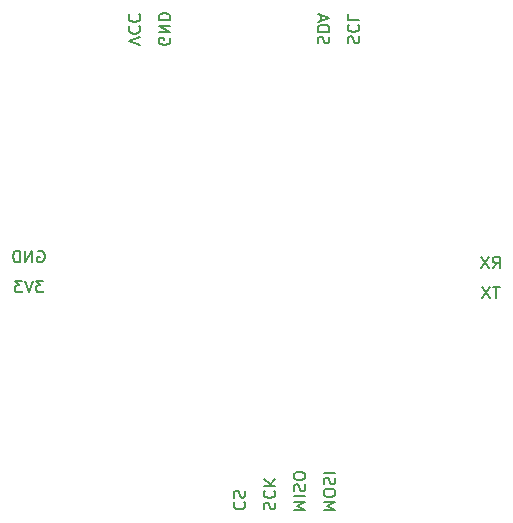
<source format=gbr>
%TF.GenerationSoftware,KiCad,Pcbnew,(6.0.1)*%
%TF.CreationDate,2022-05-08T06:10:33+05:45*%
%TF.ProjectId,STM32F4_Breakout,53544d33-3246-4345-9f42-7265616b6f75,rev?*%
%TF.SameCoordinates,Original*%
%TF.FileFunction,Legend,Bot*%
%TF.FilePolarity,Positive*%
%FSLAX46Y46*%
G04 Gerber Fmt 4.6, Leading zero omitted, Abs format (unit mm)*
G04 Created by KiCad (PCBNEW (6.0.1)) date 2022-05-08 06:10:33*
%MOMM*%
%LPD*%
G01*
G04 APERTURE LIST*
%ADD10C,0.150000*%
G04 APERTURE END LIST*
D10*
X50025619Y-26375333D02*
X49025619Y-26042000D01*
X50025619Y-25708666D01*
X49120857Y-24803904D02*
X49073238Y-24851523D01*
X49025619Y-24994380D01*
X49025619Y-25089619D01*
X49073238Y-25232476D01*
X49168476Y-25327714D01*
X49263714Y-25375333D01*
X49454190Y-25422952D01*
X49597047Y-25422952D01*
X49787523Y-25375333D01*
X49882761Y-25327714D01*
X49978000Y-25232476D01*
X50025619Y-25089619D01*
X50025619Y-24994380D01*
X49978000Y-24851523D01*
X49930380Y-24803904D01*
X49120857Y-23803904D02*
X49073238Y-23851523D01*
X49025619Y-23994380D01*
X49025619Y-24089619D01*
X49073238Y-24232476D01*
X49168476Y-24327714D01*
X49263714Y-24375333D01*
X49454190Y-24422952D01*
X49597047Y-24422952D01*
X49787523Y-24375333D01*
X49882761Y-24327714D01*
X49978000Y-24232476D01*
X50025619Y-24089619D01*
X50025619Y-23994380D01*
X49978000Y-23851523D01*
X49930380Y-23803904D01*
X79870666Y-45306380D02*
X80204000Y-44830190D01*
X80442095Y-45306380D02*
X80442095Y-44306380D01*
X80061142Y-44306380D01*
X79965904Y-44354000D01*
X79918285Y-44401619D01*
X79870666Y-44496857D01*
X79870666Y-44639714D01*
X79918285Y-44734952D01*
X79965904Y-44782571D01*
X80061142Y-44830190D01*
X80442095Y-44830190D01*
X79537333Y-44306380D02*
X78870666Y-45306380D01*
X78870666Y-44306380D02*
X79537333Y-45306380D01*
X41826095Y-46338380D02*
X41207047Y-46338380D01*
X41540380Y-46719333D01*
X41397523Y-46719333D01*
X41302285Y-46766952D01*
X41254666Y-46814571D01*
X41207047Y-46909809D01*
X41207047Y-47147904D01*
X41254666Y-47243142D01*
X41302285Y-47290761D01*
X41397523Y-47338380D01*
X41683238Y-47338380D01*
X41778476Y-47290761D01*
X41826095Y-47243142D01*
X40921333Y-46338380D02*
X40588000Y-47338380D01*
X40254666Y-46338380D01*
X40016571Y-46338380D02*
X39397523Y-46338380D01*
X39730857Y-46719333D01*
X39588000Y-46719333D01*
X39492761Y-46766952D01*
X39445142Y-46814571D01*
X39397523Y-46909809D01*
X39397523Y-47147904D01*
X39445142Y-47243142D01*
X39492761Y-47290761D01*
X39588000Y-47338380D01*
X39873714Y-47338380D01*
X39968952Y-47290761D01*
X40016571Y-47243142D01*
X65075238Y-26256285D02*
X65027619Y-26113428D01*
X65027619Y-25875333D01*
X65075238Y-25780095D01*
X65122857Y-25732476D01*
X65218095Y-25684857D01*
X65313333Y-25684857D01*
X65408571Y-25732476D01*
X65456190Y-25780095D01*
X65503809Y-25875333D01*
X65551428Y-26065809D01*
X65599047Y-26161047D01*
X65646666Y-26208666D01*
X65741904Y-26256285D01*
X65837142Y-26256285D01*
X65932380Y-26208666D01*
X65980000Y-26161047D01*
X66027619Y-26065809D01*
X66027619Y-25827714D01*
X65980000Y-25684857D01*
X65027619Y-25256285D02*
X66027619Y-25256285D01*
X66027619Y-25018190D01*
X65980000Y-24875333D01*
X65884761Y-24780095D01*
X65789523Y-24732476D01*
X65599047Y-24684857D01*
X65456190Y-24684857D01*
X65265714Y-24732476D01*
X65170476Y-24780095D01*
X65075238Y-24875333D01*
X65027619Y-25018190D01*
X65027619Y-25256285D01*
X65313333Y-24303904D02*
X65313333Y-23827714D01*
X65027619Y-24399142D02*
X66027619Y-24065809D01*
X65027619Y-23732476D01*
X52518000Y-25803904D02*
X52565619Y-25899142D01*
X52565619Y-26042000D01*
X52518000Y-26184857D01*
X52422761Y-26280095D01*
X52327523Y-26327714D01*
X52137047Y-26375333D01*
X51994190Y-26375333D01*
X51803714Y-26327714D01*
X51708476Y-26280095D01*
X51613238Y-26184857D01*
X51565619Y-26042000D01*
X51565619Y-25946761D01*
X51613238Y-25803904D01*
X51660857Y-25756285D01*
X51994190Y-25756285D01*
X51994190Y-25946761D01*
X51565619Y-25327714D02*
X52565619Y-25327714D01*
X51565619Y-24756285D01*
X52565619Y-24756285D01*
X51565619Y-24280095D02*
X52565619Y-24280095D01*
X52565619Y-24042000D01*
X52518000Y-23899142D01*
X52422761Y-23803904D01*
X52327523Y-23756285D01*
X52137047Y-23708666D01*
X51994190Y-23708666D01*
X51803714Y-23756285D01*
X51708476Y-23803904D01*
X51613238Y-23899142D01*
X51565619Y-24042000D01*
X51565619Y-24280095D01*
X58010857Y-65086666D02*
X57963238Y-65134285D01*
X57915619Y-65277142D01*
X57915619Y-65372380D01*
X57963238Y-65515238D01*
X58058476Y-65610476D01*
X58153714Y-65658095D01*
X58344190Y-65705714D01*
X58487047Y-65705714D01*
X58677523Y-65658095D01*
X58772761Y-65610476D01*
X58868000Y-65515238D01*
X58915619Y-65372380D01*
X58915619Y-65277142D01*
X58868000Y-65134285D01*
X58820380Y-65086666D01*
X57963238Y-64705714D02*
X57915619Y-64562857D01*
X57915619Y-64324761D01*
X57963238Y-64229523D01*
X58010857Y-64181904D01*
X58106095Y-64134285D01*
X58201333Y-64134285D01*
X58296571Y-64181904D01*
X58344190Y-64229523D01*
X58391809Y-64324761D01*
X58439428Y-64515238D01*
X58487047Y-64610476D01*
X58534666Y-64658095D01*
X58629904Y-64705714D01*
X58725142Y-64705714D01*
X58820380Y-64658095D01*
X58868000Y-64610476D01*
X58915619Y-64515238D01*
X58915619Y-64277142D01*
X58868000Y-64134285D01*
X80465904Y-46846380D02*
X79894476Y-46846380D01*
X80180190Y-47846380D02*
X80180190Y-46846380D01*
X79656380Y-46846380D02*
X78989714Y-47846380D01*
X78989714Y-46846380D02*
X79656380Y-47846380D01*
X67615238Y-26232476D02*
X67567619Y-26089619D01*
X67567619Y-25851523D01*
X67615238Y-25756285D01*
X67662857Y-25708666D01*
X67758095Y-25661047D01*
X67853333Y-25661047D01*
X67948571Y-25708666D01*
X67996190Y-25756285D01*
X68043809Y-25851523D01*
X68091428Y-26042000D01*
X68139047Y-26137238D01*
X68186666Y-26184857D01*
X68281904Y-26232476D01*
X68377142Y-26232476D01*
X68472380Y-26184857D01*
X68520000Y-26137238D01*
X68567619Y-26042000D01*
X68567619Y-25803904D01*
X68520000Y-25661047D01*
X67662857Y-24661047D02*
X67615238Y-24708666D01*
X67567619Y-24851523D01*
X67567619Y-24946761D01*
X67615238Y-25089619D01*
X67710476Y-25184857D01*
X67805714Y-25232476D01*
X67996190Y-25280095D01*
X68139047Y-25280095D01*
X68329523Y-25232476D01*
X68424761Y-25184857D01*
X68520000Y-25089619D01*
X68567619Y-24946761D01*
X68567619Y-24851523D01*
X68520000Y-24708666D01*
X68472380Y-24661047D01*
X67567619Y-23756285D02*
X67567619Y-24232476D01*
X68567619Y-24232476D01*
X62995619Y-65729428D02*
X63995619Y-65729428D01*
X63281333Y-65396095D01*
X63995619Y-65062761D01*
X62995619Y-65062761D01*
X62995619Y-64586571D02*
X63995619Y-64586571D01*
X63043238Y-64158000D02*
X62995619Y-64015142D01*
X62995619Y-63777047D01*
X63043238Y-63681809D01*
X63090857Y-63634190D01*
X63186095Y-63586571D01*
X63281333Y-63586571D01*
X63376571Y-63634190D01*
X63424190Y-63681809D01*
X63471809Y-63777047D01*
X63519428Y-63967523D01*
X63567047Y-64062761D01*
X63614666Y-64110380D01*
X63709904Y-64158000D01*
X63805142Y-64158000D01*
X63900380Y-64110380D01*
X63948000Y-64062761D01*
X63995619Y-63967523D01*
X63995619Y-63729428D01*
X63948000Y-63586571D01*
X63995619Y-62967523D02*
X63995619Y-62777047D01*
X63948000Y-62681809D01*
X63852761Y-62586571D01*
X63662285Y-62538952D01*
X63328952Y-62538952D01*
X63138476Y-62586571D01*
X63043238Y-62681809D01*
X62995619Y-62777047D01*
X62995619Y-62967523D01*
X63043238Y-63062761D01*
X63138476Y-63158000D01*
X63328952Y-63205619D01*
X63662285Y-63205619D01*
X63852761Y-63158000D01*
X63948000Y-63062761D01*
X63995619Y-62967523D01*
X65535619Y-65729428D02*
X66535619Y-65729428D01*
X65821333Y-65396095D01*
X66535619Y-65062761D01*
X65535619Y-65062761D01*
X66535619Y-64396095D02*
X66535619Y-64205619D01*
X66488000Y-64110380D01*
X66392761Y-64015142D01*
X66202285Y-63967523D01*
X65868952Y-63967523D01*
X65678476Y-64015142D01*
X65583238Y-64110380D01*
X65535619Y-64205619D01*
X65535619Y-64396095D01*
X65583238Y-64491333D01*
X65678476Y-64586571D01*
X65868952Y-64634190D01*
X66202285Y-64634190D01*
X66392761Y-64586571D01*
X66488000Y-64491333D01*
X66535619Y-64396095D01*
X65583238Y-63586571D02*
X65535619Y-63443714D01*
X65535619Y-63205619D01*
X65583238Y-63110380D01*
X65630857Y-63062761D01*
X65726095Y-63015142D01*
X65821333Y-63015142D01*
X65916571Y-63062761D01*
X65964190Y-63110380D01*
X66011809Y-63205619D01*
X66059428Y-63396095D01*
X66107047Y-63491333D01*
X66154666Y-63538952D01*
X66249904Y-63586571D01*
X66345142Y-63586571D01*
X66440380Y-63538952D01*
X66488000Y-63491333D01*
X66535619Y-63396095D01*
X66535619Y-63158000D01*
X66488000Y-63015142D01*
X65535619Y-62586571D02*
X66535619Y-62586571D01*
X41349904Y-43846000D02*
X41445142Y-43798380D01*
X41588000Y-43798380D01*
X41730857Y-43846000D01*
X41826095Y-43941238D01*
X41873714Y-44036476D01*
X41921333Y-44226952D01*
X41921333Y-44369809D01*
X41873714Y-44560285D01*
X41826095Y-44655523D01*
X41730857Y-44750761D01*
X41588000Y-44798380D01*
X41492761Y-44798380D01*
X41349904Y-44750761D01*
X41302285Y-44703142D01*
X41302285Y-44369809D01*
X41492761Y-44369809D01*
X40873714Y-44798380D02*
X40873714Y-43798380D01*
X40302285Y-44798380D01*
X40302285Y-43798380D01*
X39826095Y-44798380D02*
X39826095Y-43798380D01*
X39588000Y-43798380D01*
X39445142Y-43846000D01*
X39349904Y-43941238D01*
X39302285Y-44036476D01*
X39254666Y-44226952D01*
X39254666Y-44369809D01*
X39302285Y-44560285D01*
X39349904Y-44655523D01*
X39445142Y-44750761D01*
X39588000Y-44798380D01*
X39826095Y-44798380D01*
X60503238Y-65697714D02*
X60455619Y-65554857D01*
X60455619Y-65316761D01*
X60503238Y-65221523D01*
X60550857Y-65173904D01*
X60646095Y-65126285D01*
X60741333Y-65126285D01*
X60836571Y-65173904D01*
X60884190Y-65221523D01*
X60931809Y-65316761D01*
X60979428Y-65507238D01*
X61027047Y-65602476D01*
X61074666Y-65650095D01*
X61169904Y-65697714D01*
X61265142Y-65697714D01*
X61360380Y-65650095D01*
X61408000Y-65602476D01*
X61455619Y-65507238D01*
X61455619Y-65269142D01*
X61408000Y-65126285D01*
X60550857Y-64126285D02*
X60503238Y-64173904D01*
X60455619Y-64316761D01*
X60455619Y-64412000D01*
X60503238Y-64554857D01*
X60598476Y-64650095D01*
X60693714Y-64697714D01*
X60884190Y-64745333D01*
X61027047Y-64745333D01*
X61217523Y-64697714D01*
X61312761Y-64650095D01*
X61408000Y-64554857D01*
X61455619Y-64412000D01*
X61455619Y-64316761D01*
X61408000Y-64173904D01*
X61360380Y-64126285D01*
X60455619Y-63697714D02*
X61455619Y-63697714D01*
X60455619Y-63126285D02*
X61027047Y-63554857D01*
X61455619Y-63126285D02*
X60884190Y-63697714D01*
M02*

</source>
